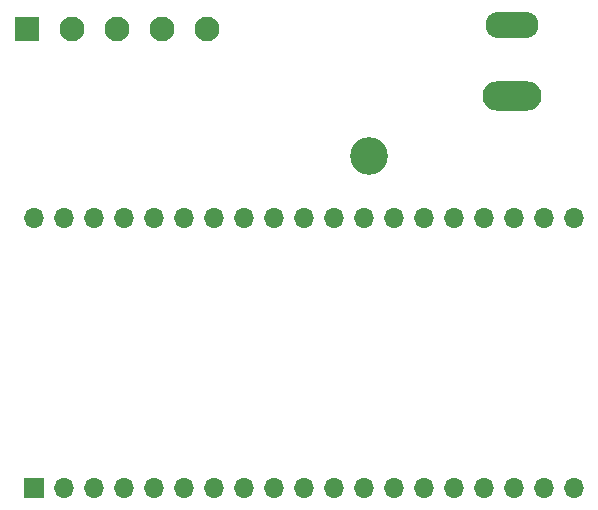
<source format=gbr>
%TF.GenerationSoftware,KiCad,Pcbnew,(6.0.0)*%
%TF.CreationDate,2022-01-02T06:53:01+08:00*%
%TF.ProjectId,NodeMCU-32S-RGBWA-LED-driver,4e6f6465-4d43-4552-9d33-32532d524742,1*%
%TF.SameCoordinates,PX68d6610PY3c42a2c*%
%TF.FileFunction,Soldermask,Bot*%
%TF.FilePolarity,Negative*%
%FSLAX46Y46*%
G04 Gerber Fmt 4.6, Leading zero omitted, Abs format (unit mm)*
G04 Created by KiCad (PCBNEW (6.0.0)) date 2022-01-02 06:53:01*
%MOMM*%
%LPD*%
G01*
G04 APERTURE LIST*
%ADD10R,1.700000X1.700000*%
%ADD11O,1.700000X1.700000*%
%ADD12C,3.200000*%
%ADD13R,2.100000X2.100000*%
%ADD14C,2.100000*%
%ADD15O,5.000000X2.500000*%
%ADD16O,4.500000X2.250000*%
G04 APERTURE END LIST*
D10*
%TO.C,U1*%
X2910000Y-46842500D03*
D11*
X5450000Y-46842500D03*
X7990000Y-46842500D03*
X10530000Y-46842500D03*
X13070000Y-46842500D03*
X15610000Y-46842500D03*
X18150000Y-46842500D03*
X20690000Y-46842500D03*
X23230000Y-46842500D03*
X25770000Y-46842500D03*
X28310000Y-46842500D03*
X30850000Y-46842500D03*
X33390000Y-46842500D03*
X35930000Y-46842500D03*
X38470000Y-46842500D03*
X41010000Y-46842500D03*
X43550000Y-46842500D03*
X46090000Y-46842500D03*
X48630000Y-46842500D03*
X48630000Y-23982500D03*
X46090000Y-23982500D03*
X43550000Y-23982500D03*
X41010000Y-23982500D03*
X38470000Y-23982500D03*
X35930000Y-23982500D03*
X33390000Y-23982500D03*
X30850000Y-23982500D03*
X28310000Y-23982500D03*
X25770000Y-23982500D03*
X23230000Y-23982500D03*
X20690000Y-23982500D03*
X18150000Y-23982500D03*
X15610000Y-23982500D03*
X13070000Y-23982500D03*
X10530000Y-23982500D03*
X7990000Y-23982500D03*
X5450000Y-23982500D03*
X2910000Y-23982500D03*
%TD*%
D12*
%TO.C,REF\u002A\u002A*%
X31270000Y-18712500D03*
%TD*%
D13*
%TO.C,J2*%
X2300000Y-8000000D03*
D14*
X6110000Y-8000000D03*
X9920000Y-8000000D03*
X13730000Y-8000000D03*
X17540000Y-8000000D03*
%TD*%
D15*
%TO.C,J1*%
X43370000Y-13650000D03*
D16*
X43370000Y-7650000D03*
%TD*%
M02*

</source>
